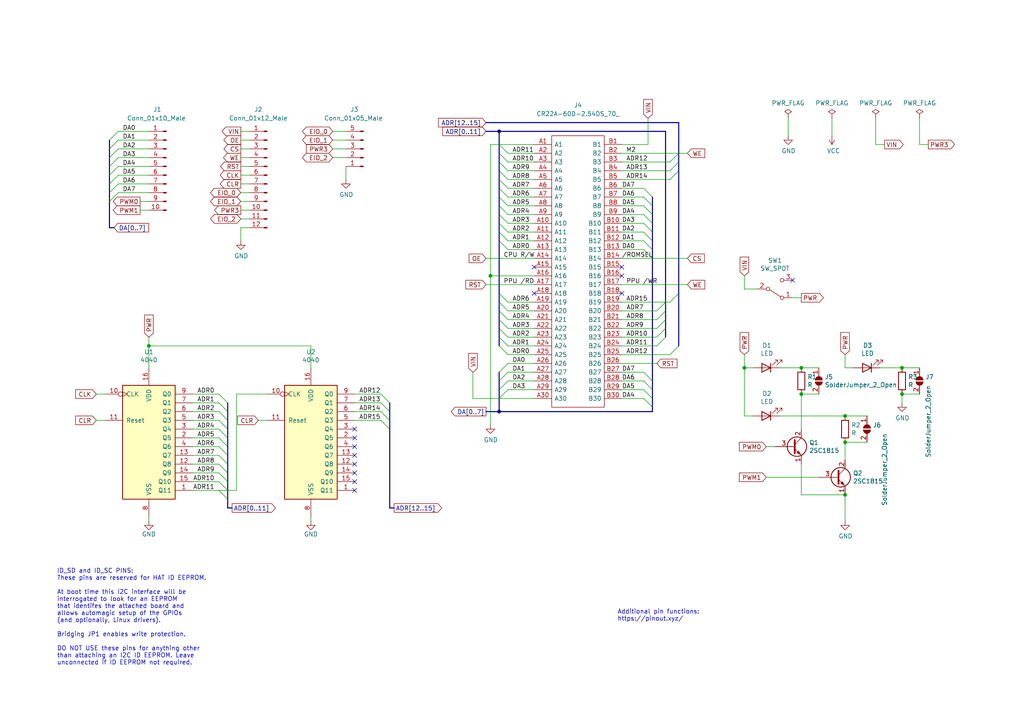
<source format=kicad_sch>
(kicad_sch (version 20211123) (generator eeschema)
  (paper "A4")
  (title_block (date "15 nov 2012"))
  (lib_symbols
    (symbol "4xxx:4040" (pin_names (offset 1.016))
      (property "Reference" "U" (at -7.62 16.51 0))
      (property "Value" "4040" (at -7.62 -19.05 0))
      (symbol "4040_1_0"
        (pin output line (at 12.7 -15.24 180) (length 5.08) (name "Q11") (number "1"))
        (pin input inverted_clock (at -12.7 12.7 0) (length 5.08) (name "CLK") (number "10"))
        (pin input line (at -12.7 5.08 0) (length 5.08) (name "Reset") (number "11"))
        (pin output line (at 12.7 -7.62 180) (length 5.08) (name "Q8") (number "12"))
        (pin output line (at 12.7 -5.08 180) (length 5.08) (name "Q7") (number "13"))
        (pin output line (at 12.7 -10.16 180) (length 5.08) (name "Q9") (number "14"))
        (pin output line (at 12.7 -12.7 180) (length 5.08) (name "Q10") (number "15"))
        (pin power_in line (at 0 20.32 270) (length 5.08) (name "VDD") (number "16"))
        (pin output line (at 12.7 0 180) (length 5.08) (name "Q5") (number "2"))
        (pin output line (at 12.7 2.54 180) (length 5.08) (name "Q4") (number "3"))
        (pin output line (at 12.7 -2.54 180) (length 5.08) (name "Q6") (number "4"))
        (pin output line (at 12.7 5.08 180) (length 5.08) (name "Q3") (number "5"))
        (pin output line (at 12.7 7.62 180) (length 5.08) (name "Q2") (number "6"))
        (pin output line (at 12.7 10.16 180) (length 5.08) (name "Q1") (number "7"))
        (pin power_in line (at 0 -22.86 90) (length 5.08) (name "VSS") (number "8"))
        (pin output line (at 12.7 12.7 180) (length 5.08) (name "Q0") (number "9"))
      )
      (symbol "4040_1_1"
        (rectangle (start -7.62 15.24) (end 7.62 -17.78) (stroke (width 0.254)) (fill (type background)))
      )
    )
    (symbol "Connector:Conn_01x05_Male" (pin_names (offset 1.016) hide)
      (property "Reference" "J" (at 0 7.62 0))
      (property "Value" "Conn_01x05_Male" (at 0 -7.62 0))
      (symbol "Conn_01x05_Male_1_1"
        (polyline (pts (xy 1.27 -5.08) (xy 0.8636 -5.08)) (stroke (width 0.1524)))
        (polyline (pts (xy 1.27 -2.54) (xy 0.8636 -2.54)) (stroke (width 0.1524)))
        (polyline (pts (xy 1.27 0) (xy 0.8636 0)) (stroke (width 0.1524)))
        (polyline (pts (xy 1.27 2.54) (xy 0.8636 2.54)) (stroke (width 0.1524)))
        (polyline (pts (xy 1.27 5.08) (xy 0.8636 5.08)) (stroke (width 0.1524)))
        (rectangle (start 0.8636 -4.953) (end 0 -5.207) (stroke (width 0.1524)) (fill (type outline)))
        (rectangle (start 0.8636 -2.413) (end 0 -2.667) (stroke (width 0.1524)) (fill (type outline)))
        (rectangle (start 0.8636 0.127) (end 0 -0.127) (stroke (width 0.1524)) (fill (type outline)))
        (rectangle (start 0.8636 2.667) (end 0 2.413) (stroke (width 0.1524)) (fill (type outline)))
        (rectangle (start 0.8636 5.207) (end 0 4.953) (stroke (width 0.1524)) (fill (type outline)))
        (pin passive line (at 5.08 5.08 180) (length 3.81) (name "Pin_1") (number "1"))
        (pin passive line (at 5.08 2.54 180) (length 3.81) (name "Pin_2") (number "2"))
        (pin passive line (at 5.08 0 180) (length 3.81) (name "Pin_3") (number "3"))
        (pin passive line (at 5.08 -2.54 180) (length 3.81) (name "Pin_4") (number "4"))
        (pin passive line (at 5.08 -5.08 180) (length 3.81) (name "Pin_5") (number "5"))
      )
    )
    (symbol "Connector:Conn_01x10_Male" (pin_names (offset 1.016) hide)
      (property "Reference" "J" (at 0 12.7 0))
      (property "Value" "Conn_01x10_Male" (at 0 -15.24 0))
      (symbol "Conn_01x10_Male_1_1"
        (polyline (pts (xy 1.27 -12.7) (xy 0.8636 -12.7)) (stroke (width 0.1524)))
        (polyline (pts (xy 1.27 -10.16) (xy 0.8636 -10.16)) (stroke (width 0.1524)))
        (polyline (pts (xy 1.27 -7.62) (xy 0.8636 -7.62)) (stroke (width 0.1524)))
        (polyline (pts (xy 1.27 -5.08) (xy 0.8636 -5.08)) (stroke (width 0.1524)))
        (polyline (pts (xy 1.27 -2.54) (xy 0.8636 -2.54)) (stroke (width 0.1524)))
        (polyline (pts (xy 1.27 0) (xy 0.8636 0)) (stroke (width 0.1524)))
        (polyline (pts (xy 1.27 2.54) (xy 0.8636 2.54)) (stroke (width 0.1524)))
        (polyline (pts (xy 1.27 5.08) (xy 0.8636 5.08)) (stroke (width 0.1524)))
        (polyline (pts (xy 1.27 7.62) (xy 0.8636 7.62)) (stroke (width 0.1524)))
        (polyline (pts (xy 1.27 10.16) (xy 0.8636 10.16)) (stroke (width 0.1524)))
        (rectangle (start 0.8636 -12.573) (end 0 -12.827) (stroke (width 0.1524)) (fill (type outline)))
        (rectangle (start 0.8636 -10.033) (end 0 -10.287) (stroke (width 0.1524)) (fill (type outline)))
        (rectangle (start 0.8636 -7.493) (end 0 -7.747) (stroke (width 0.1524)) (fill (type outline)))
        (rectangle (start 0.8636 -4.953) (end 0 -5.207) (stroke (width 0.1524)) (fill (type outline)))
        (rectangle (start 0.8636 -2.413) (end 0 -2.667) (stroke (width 0.1524)) (fill (type outline)))
        (rectangle (start 0.8636 0.127) (end 0 -0.127) (stroke (width 0.1524)) (fill (type outline)))
        (rectangle (start 0.8636 2.667) (end 0 2.413) (stroke (width 0.1524)) (fill (type outline)))
        (rectangle (start 0.8636 5.207) (end 0 4.953) (stroke (width 0.1524)) (fill (type outline)))
        (rectangle (start 0.8636 7.747) (end 0 7.493) (stroke (width 0.1524)) (fill (type outline)))
        (rectangle (start 0.8636 10.287) (end 0 10.033) (stroke (width 0.1524)) (fill (type outline)))
        (pin passive line (at 5.08 10.16 180) (length 3.81) (name "Pin_1") (number "1"))
        (pin passive line (at 5.08 -12.7 180) (length 3.81) (name "Pin_10") (number "10"))
        (pin passive line (at 5.08 7.62 180) (length 3.81) (name "Pin_2") (number "2"))
        (pin passive line (at 5.08 5.08 180) (length 3.81) (name "Pin_3") (number "3"))
        (pin passive line (at 5.08 2.54 180) (length 3.81) (name "Pin_4") (number "4"))
        (pin passive line (at 5.08 0 180) (length 3.81) (name "Pin_5") (number "5"))
        (pin passive line (at 5.08 -2.54 180) (length 3.81) (name "Pin_6") (number "6"))
        (pin passive line (at 5.08 -5.08 180) (length 3.81) (name "Pin_7") (number "7"))
        (pin passive line (at 5.08 -7.62 180) (length 3.81) (name "Pin_8") (number "8"))
        (pin passive line (at 5.08 -10.16 180) (length 3.81) (name "Pin_9") (number "9"))
      )
    )
    (symbol "Connector:Conn_01x12_Male" (pin_names (offset 1.016) hide)
      (property "Reference" "J" (at 0 15.24 0))
      (property "Value" "Conn_01x12_Male" (at 0 -17.78 0))
      (symbol "Conn_01x12_Male_1_1"
        (polyline (pts (xy 1.27 -15.24) (xy 0.8636 -15.24)) (stroke (width 0.1524)))
        (polyline (pts (xy 1.27 -12.7) (xy 0.8636 -12.7)) (stroke (width 0.1524)))
        (polyline (pts (xy 1.27 -10.16) (xy 0.8636 -10.16)) (stroke (width 0.1524)))
        (polyline (pts (xy 1.27 -7.62) (xy 0.8636 -7.62)) (stroke (width 0.1524)))
        (polyline (pts (xy 1.27 -5.08) (xy 0.8636 -5.08)) (stroke (width 0.1524)))
        (polyline (pts (xy 1.27 -2.54) (xy 0.8636 -2.54)) (stroke (width 0.1524)))
        (polyline (pts (xy 1.27 0) (xy 0.8636 0)) (stroke (width 0.1524)))
        (polyline (pts (xy 1.27 2.54) (xy 0.8636 2.54)) (stroke (width 0.1524)))
        (polyline (pts (xy 1.27 5.08) (xy 0.8636 5.08)) (stroke (width 0.1524)))
        (polyline (pts (xy 1.27 7.62) (xy 0.8636 7.62)) (stroke (width 0.1524)))
        (polyline (pts (xy 1.27 10.16) (xy 0.8636 10.16)) (stroke (width 0.1524)))
        (polyline (pts (xy 1.27 12.7) (xy 0.8636 12.7)) (stroke (width 0.1524)))
        (rectangle (start 0.8636 -15.113) (end 0 -15.367) (stroke (width 0.1524)) (fill (type outline)))
        (rectangle (start 0.8636 -12.573) (end 0 -12.827) (stroke (width 0.1524)) (fill (type outline)))
        (rectangle (start 0.8636 -10.033) (end 0 -10.287) (stroke (width 0.1524)) (fill (type outline)))
        (rectangle (start 0.8636 -7.493) (end 0 -7.747) (stroke (width 0.1524)) (fill (type outline)))
        (rectangle (start 0.8636 -4.953) (end 0 -5.207) (stroke (width 0.1524)) (fill (type outline)))
        (rectangle (start 0.8636 -2.413) (end 0 -2.667) (stroke (width 0.1524)) (fill (type outline)))
        (rectangle (start 0.8636 0.127) (end 0 -0.127) (stroke (width 0.1524)) (fill (type outline)))
        (rectangle (start 0.8636 2.667) (end 0 2.413) (stroke (width 0.1524)) (fill (type outline)))
        (rectangle (start 0.8636 5.207) (end 0 4.953) (stroke (width 0.1524)) (fill (type outline)))
        (rectangle (start 0.8636 7.747) (end 0 7.493) (stroke (width 0.1524)) (fill (type outline)))
        (rectangle (start 0.8636 10.287) (end 0 10.033) (stroke (width 0.1524)) (fill (type outline)))
        (rectangle (start 0.8636 12.827) (end 0 12.573) (stroke (width 0.1524)) (fill (type outline)))
        (pin passive line (at 5.08 12.7 180) (length 3.81) (name "Pin_1") (number "1"))
        (pin passive line (at 5.08 -10.16 180) (length 3.81) (name "Pin_10") (number "10"))
        (pin passive line (at 5.08 -12.7 180) (length 3.81) (name "Pin_11") (number "11"))
        (pin passive line (at 5.08 -15.24 180) (length 3.81) (name "Pin_12") (number "12"))
        (pin passive line (at 5.08 10.16 180) (length 3.81) (name "Pin_2") (number "2"))
        (pin passive line (at 5.08 7.62 180) (length 3.81) (name "Pin_3") (number "3"))
        (pin passive line (at 5.08 5.08 180) (length 3.81) (name "Pin_4") (number "4"))
        (pin passive line (at 5.08 2.54 180) (length 3.81) (name "Pin_5") (number "5"))
        (pin passive line (at 5.08 0 180) (length 3.81) (name "Pin_6") (number "6"))
        (pin passive line (at 5.08 -2.54 180) (length 3.81) (name "Pin_7") (number "7"))
        (pin passive line (at 5.08 -5.08 180) (length 3.81) (name "Pin_8") (number "8"))
        (pin passive line (at 5.08 -7.62 180) (length 3.81) (name "Pin_9") (number "9"))
      )
    )
    (symbol "Device:LED" (pin_numbers hide) (pin_names (offset 1.016) hide)
      (property "Reference" "D" (at 0 2.54 0))
      (property "Value" "LED" (at 0 -2.54 0))
      (symbol "LED_0_1"
        (polyline (pts (xy -1.27 -1.27) (xy -1.27 1.27)) (stroke (width 0.254)))
        (polyline (pts (xy -1.27 0) (xy 1.27 0)))
        (polyline (pts (xy 1.27 -1.27) (xy 1.27 1.27) (xy -1.27 0) (xy 1.27 -1.27)) (stroke (width 0.254)))
        (polyline (pts (xy -3.048 -0.762) (xy -4.572 -2.286) (xy -3.81 -2.286) (xy -4.572 -2.286) (xy -4.572 -1.524)))
        (polyline (pts (xy -1.778 -0.762) (xy -3.302 -2.286) (xy -2.54 -2.286) (xy -3.302 -2.286) (xy -3.302 -1.524)))
      )
      (symbol "LED_1_1"
        (pin passive line (at -3.81 0 0) (length 2.54) (name "K") (number "1"))
        (pin passive line (at 3.81 0 180) (length 2.54) (name "A") (number "2"))
      )
    )
    (symbol "Device:R" (pin_numbers hide) (pin_names (offset 0))
      (property "Reference" "R" (at 2.032 0 90))
      (property "Value" "R" (at 0 0 90))
      (symbol "R_0_1"
        (rectangle (start -1.016 -2.54) (end 1.016 2.54) (stroke (width 0.254)))
      )
      (symbol "R_1_1"
        (pin passive line (at 0 3.81 270) (length 1.27) (name "~") (number "1"))
        (pin passive line (at 0 -3.81 90) (length 1.27) (name "~") (number "2"))
      )
    )
    (symbol "Jumper:SolderJumper_2_Open" (pin_names (offset 0) hide)
      (property "Reference" "JP" (at 0 2.032 0))
      (property "Value" "SolderJumper_2_Open" (at 0 -2.54 0))
      (symbol "SolderJumper_2_Open_0_1"
        (arc (start -0.254 1.016) (mid -1.27 0) (end -0.254 -1.016))
        (arc (start -0.254 1.016) (mid -1.27 0) (end -0.254 -1.016) (fill (type outline)))
        (polyline (pts (xy -0.254 1.016) (xy -0.254 -1.016)))
        (polyline (pts (xy 0.254 1.016) (xy 0.254 -1.016)))
        (arc (start 0.254 -1.016) (mid 1.27 0) (end 0.254 1.016))
        (arc (start 0.254 -1.016) (mid 1.27 0) (end 0.254 1.016) (fill (type outline)))
      )
      (symbol "SolderJumper_2_Open_1_1"
        (pin passive line (at -3.81 0 0) (length 2.54) (name "A") (number "1"))
        (pin passive line (at 3.81 0 180) (length 2.54) (name "B") (number "2"))
      )
    )
    (symbol "SamacSys_Parts:CR22A-60D-2.54DS_70_" (pin_names (offset 0.762))
      (property "Reference" "J" (at 21.59 7.62 0))
      (property "Value" "CR22A-60D-2.54DS_70_" (at 21.59 5.08 0))
      (symbol "CR22A-60D-2.54DS_70__0_0"
        (pin passive line (at 0 0 0) (length 5.08) (name "A1") (number "A1"))
        (pin passive line (at 0 -22.86 0) (length 5.08) (name "A10") (number "A10"))
        (pin passive line (at 0 -25.4 0) (length 5.08) (name "A11") (number "A11"))
        (pin passive line (at 0 -27.94 0) (length 5.08) (name "A12") (number "A12"))
        (pin passive line (at 0 -30.48 0) (length 5.08) (name "A13") (number "A13"))
        (pin passive line (at 0 -33.02 0) (length 5.08) (name "A14") (number "A14"))
        (pin passive line (at 0 -35.56 0) (length 5.08) (name "A15") (number "A15"))
        (pin passive line (at 0 -38.1 0) (length 5.08) (name "A16") (number "A16"))
        (pin passive line (at 0 -40.64 0) (length 5.08) (name "A17") (number "A17"))
        (pin passive line (at 0 -43.18 0) (length 5.08) (name "A18") (number "A18"))
        (pin passive line (at 0 -45.72 0) (length 5.08) (name "A19") (number "A19"))
        (pin passive line (at 0 -2.54 0) (length 5.08) (name "A2") (number "A2"))
        (pin passive line (at 0 -48.26 0) (length 5.08) (name "A20") (number "A20"))
        (pin passive line (at 0 -50.8 0) (length 5.08) (name "A21") (number "A21"))
        (pin passive line (at 0 -53.34 0) (length 5.08) (name "A22") (number "A22"))
        (pin passive line (at 0 -55.88 0) (length 5.08) (name "A23") (number "A23"))
        (pin passive line (at 0 -58.42 0) (length 5.08) (name "A24") (number "A24"))
        (pin passive line (at 0 -60.96 0) (length 5.08) (name "A25") (number "A25"))
        (pin passive line (at 0 -63.5 0) (length 5.08) (name "A26") (number "A26"))
        (pin passive line (at 0 -66.04 0) (length 5.08) (name "A27") (number "A27"))
        (pin passive line (at 0 -68.58 0) (length 5.08) (name "A28") (number "A28"))
        (pin passive line (at 0 -71.12 0) (length 5.08) (name "A29") (number "A29"))
        (pin passive line (at 0 -5.08 0) (length 5.08) (name "A3") (number "A3"))
        (pin passive line (at 0 -73.66 0) (length 5.08) (name "A30") (number "A30"))
        (pin passive line (at 0 -7.62 0) (length 5.08) (name "A4") (number "A4"))
        (pin passive line (at 0 -10.16 0) (length 5.08) (name "A5") (number "A5"))
        (pin passive line (at 0 -12.7 0) (length 5.08) (name "A6") (number "A6"))
        (pin passive line (at 0 -15.24 0) (length 5.08) (name "A7") (number "A7"))
        (pin passive line (at 0 -17.78 0) (length 5.08) (name "A8") (number "A8"))
        (pin passive line (at 0 -20.32 0) (length 5.08) (name "A9") (number "A9"))
        (pin passive line (at 25.4 0 180) (length 5.08) (name "B1") (number "B1"))
        (pin passive line (at 25.4 -22.86 180) (length 5.08) (name "B10") (number "B10"))
        (pin passive line (at 25.4 -25.4 180) (length 5.08) (name "B11") (number "B11"))
        (pin passive line (at 25.4 -27.94 180) (length 5.08) (name "B12") (number "B12"))
        (pin passive line (at 25.4 -30.48 180) (length 5.08) (name "B13") (number "B13"))
        (pin passive line (at 25.4 -33.02 180) (length 5.08) (name "B14") (number "B14"))
        (pin passive line (at 25.4 -35.56 180) (length 5.08) (name "B15") (number "B15"))
        (pin passive line (at 25.4 -38.1 180) (length 5.08) (name "B16") (number "B16"))
        (pin passive line (at 25.4 -40.64 180) (length 5.08) (name "B17") (number "B17"))
        (pin passive line (at 25.4 -43.18 180) (length 5.08) (name "B18") (number "B18"))
        (pin passive line (at 25.4 -45.72 180) (length 5.08) (name "B19") (number "B19"))
        (pin passive line (at 25.4 -2.54 180) (length 5.08) (name "B2") (number "B2"))
        (pin passive line (at 25.4 -48.26 180) (length 5.08) (name "B20") (number "B20"))
        (pin passive line (at 25.4 -50.8 180) (length 5.08) (name "B21") (number "B21"))
        (pin passive line (at 25.4 -53.34 180) (length 5.08) (name "B22") (number "B22"))
        (pin passive line (at 25.4 -55.88 180) (length 5.08) (name "B23") (number "B23"))
        (pin passive line (at 25.4 -58.42 180) (length 5.08) (name "B24") (number "B24"))
        (pin passive line (at 25.4 -60.96 180) (length 5.08) (name "B25") (number "B25"))
        (pin passive line (at 25.4 -63.5 180) (length 5.08) (name "B26") (number "B26"))
        (pin passive line (at 25.4 -66.04 180) (length 5.08) (name "B27") (number "B27"))
        (pin passive line (at 25.4 -68.58 180) (length 5.08) (name "B28") (number "B28"))
        (pin passive line (at 25.4 -71.12 180) (length 5.08) (name "B29") (number "B29"))
        (pin passive line (at 25.4 -5.08 180) (length 5.08) (name "B3") (number "B3"))
        (pin passive line (at 25.4 -73.66 180) (length 5.08) (name "B30") (number "B30"))
        (pin passive line (at 25.4 -7.62 180) (length 5.08) (name "B4") (number "B4"))
        (pin passive line (at 25.4 -10.16 180) (length 5.08) (name "B5") (number "B5"))
        (pin passive line (at 25.4 -12.7 180) (length 5.08) (name "B6") (number "B6"))
        (pin passive line (at 25.4 -15.24 180) (length 5.08) (name "B7") (number "B7"))
        (pin passive line (at 25.4 -17.78 180) (length 5.08) (name "B8") (number "B8"))
        (pin passive line (at 25.4 -20.32 180) (length 5.08) (name "B9") (number "B9"))
      )
      (symbol "CR22A-60D-2.54DS_70__0_1"
        (polyline (pts (xy 5.08 2.54) (xy 20.32 2.54) (xy 20.32 -76.2) (xy 5.08 -76.2) (xy 5.08 2.54)) (stroke (width 0.1524)))
      )
    )
    (symbol "Switch:SW_SPDT" (pin_names (offset 0) hide)
      (property "Reference" "SW" (at 0 4.318 0))
      (property "Value" "SW_SPDT" (at 0 -5.08 0))
      (symbol "SW_SPDT_0_0"
        (circle (center -2.032 0) (radius 0.508))
        (circle (center 2.032 -2.54) (radius 0.508))
      )
      (symbol "SW_SPDT_0_1"
        (polyline (pts (xy -1.524 0.254) (xy 1.651 2.286)))
        (circle (center 2.032 2.54) (radius 0.508))
      )
      (symbol "SW_SPDT_1_1"
        (pin passive line (at 5.08 2.54 180) (length 2.54) (name "A") (number "1"))
        (pin passive line (at -5.08 0 0) (length 2.54) (name "B") (number "2"))
        (pin passive line (at 5.08 -2.54 180) (length 2.54) (name "C") (number "3"))
      )
    )
    (symbol "Transistor_BJT:2SC1815" (pin_names (offset 0) hide)
      (property "Reference" "Q" (at 5.08 1.905 0))
      (property "Value" "2SC1815" (at 5.08 0 0))
      (symbol "2SC1815_0_1"
        (polyline (pts (xy 0 0) (xy 0.508 0)))
        (polyline (pts (xy 0.635 0.635) (xy 2.54 2.54)))
        (polyline (pts (xy 0.635 -0.635) (xy 2.54 -2.54) (xy 2.54 -2.54)))
        (polyline (pts (xy 0.635 1.905) (xy 0.635 -1.905) (xy 0.635 -1.905)) (stroke (width 0.508)))
        (polyline (pts (xy 1.27 -1.778) (xy 1.778 -1.27) (xy 2.286 -2.286) (xy 1.27 -1.778) (xy 1.27 -1.778)) (fill (type outline)))
        (circle (center 1.27 0) (radius 2.8194) (stroke (width 0.254)))
      )
      (symbol "2SC1815_1_1"
        (pin passive line (at 2.54 -5.08 90) (length 2.54) (name "E") (number "1"))
        (pin passive line (at 2.54 5.08 270) (length 2.54) (name "C") (number "2"))
        (pin input line (at -5.08 0 0) (length 5.08) (name "B") (number "3"))
      )
    )
    (symbol "power:GND" (power) (pin_names (offset 0))
      (property "Value" "GND" (at 0 -3.81 0))
      (symbol "GND_0_1"
        (polyline (pts (xy 0 0) (xy 0 -1.27) (xy 1.27 -1.27) (xy 0 -2.54) (xy -1.27 -1.27) (xy 0 -1.27)))
      )
      (symbol "GND_1_1"
        (pin power_in line (at 0 0 270) (length 0) hide (name "GND") (number "1"))
      )
    )
    (symbol "power:PWR_FLAG" (power) (pin_numbers hide) (pin_names (offset 0) hide)
      (property "Value" "PWR_FLAG" (at 0 3.81 0))
      (symbol "PWR_FLAG_0_0"
        (pin power_out line (at 0 0 90) (length 0) (name "pwr") (number "1"))
      )
      (symbol "PWR_FLAG_0_1"
        (polyline (pts (xy 0 0) (xy 0 1.27) (xy -1.016 1.905) (xy 0 2.54) (xy 1.016 1.905) (xy 0 1.27)))
      )
    )
    (symbol "power:VCC" (power) (pin_names (offset 0))
      (property "Value" "VCC" (at 0 3.81 0))
      (symbol "VCC_0_1"
        (polyline (pts (xy -0.762 1.27) (xy 0 2.54)))
        (polyline (pts (xy 0 0) (xy 0 2.54)))
        (polyline (pts (xy 0 2.54) (xy 0.762 1.27)))
      )
      (symbol "VCC_1_1"
        (pin power_in line (at 0 0 90) (length 0) hide (name "VCC") (number "1"))
      )
    )
  )
  (junction (at 144.78 38.1))
  (junction (at 144.78 119.38))
  (junction (at 245.11 128.27))
  (junction (at 245.11 143.51))
  (junction (at 215.9 106.68))
  (junction (at 43.18 100.33))
  (junction (at 245.11 120.65))
  (junction (at 142.24 80.01))
  (junction (at 232.41 106.68))
  (junction (at 261.62 114.3))
  (junction (at 261.62 106.68))
  (junction (at 232.41 114.3))
  (no_connect (at 102.87 139.7))
  (no_connect (at 154.94 85.09))
  (no_connect (at 102.87 124.46))
  (no_connect (at 180.34 85.09))
  (no_connect (at 102.87 134.62))
  (no_connect (at 180.34 77.47))
  (no_connect (at 229.87 81.28))
  (no_connect (at 102.87 127))
  (no_connect (at 102.87 142.24))
  (no_connect (at 154.94 77.47))
  (no_connect (at 102.87 137.16))
  (no_connect (at 102.87 129.54))
  (no_connect (at 102.87 132.08))
  (no_connect (at 180.34 80.01))
  (bus_entry (at 63.5 121.92) (size 2.54 2.54))
  (bus_entry (at 63.5 129.54) (size 2.54 2.54))
  (bus_entry (at 110.49 121.92) (size 2.54 2.54))
  (bus_entry (at 147.32 64.77) (size -2.54 -2.54))
  (bus_entry (at 147.32 57.15) (size -2.54 -2.54))
  (bus_entry (at 63.5 114.3) (size 2.54 2.54))
  (bus_entry (at 189.23 64.77) (size -2.54 -2.54))
  (bus_entry (at 144.78 113.03) (size 2.54 -2.54))
  (bus_entry (at 144.78 110.49) (size 2.54 -2.54))
  (bus_entry (at 63.5 142.24) (size 2.54 2.54))
  (bus_entry (at 63.5 134.62) (size 2.54 2.54))
  (bus_entry (at 194.31 87.63) (size 2.54 -2.54))
  (bus_entry (at 31.75 45.72) (size 2.54 -2.54))
  (bus_entry (at 189.23 115.57) (size -2.54 -2.54))
  (bus_entry (at 189.23 57.15) (size -2.54 -2.54))
  (bus_entry (at 189.23 113.03) (size -2.54 -2.54))
  (bus_entry (at 147.32 72.39) (size -2.54 -2.54))
  (bus_entry (at 147.32 62.23) (size -2.54 -2.54))
  (bus_entry (at 63.5 137.16) (size 2.54 2.54))
  (bus_entry (at 194.31 52.07) (size 2.54 -2.54))
  (bus_entry (at 190.5 97.79) (size 2.54 -2.54))
  (bus_entry (at 31.75 43.18) (size 2.54 -2.54))
  (bus_entry (at 147.32 59.69) (size -2.54 -2.54))
  (bus_entry (at 110.49 114.3) (size 2.54 2.54))
  (bus_entry (at 144.78 115.57) (size 2.54 -2.54))
  (bus_entry (at 110.49 116.84) (size 2.54 2.54))
  (bus_entry (at 63.5 119.38) (size 2.54 2.54))
  (bus_entry (at 194.31 49.53) (size 2.54 -2.54))
  (bus_entry (at 189.23 67.31) (size -2.54 -2.54))
  (bus_entry (at 189.23 118.11) (size -2.54 -2.54))
  (bus_entry (at 194.31 102.87) (size 2.54 -2.54))
  (bus_entry (at 147.32 46.99) (size -2.54 -2.54))
  (bus_entry (at 147.32 52.07) (size -2.54 -2.54))
  (bus_entry (at 63.5 127) (size 2.54 2.54))
  (bus_entry (at 194.31 46.99) (size 2.54 -2.54))
  (bus_entry (at 144.78 107.95) (size 2.54 -2.54))
  (bus_entry (at 63.5 116.84) (size 2.54 2.54))
  (bus_entry (at 63.5 132.08) (size 2.54 2.54))
  (bus_entry (at 147.32 102.87) (size -2.54 -2.54))
  (bus_entry (at 110.49 119.38) (size 2.54 2.54))
  (bus_entry (at 190.5 100.33) (size 2.54 -2.54))
  (bus_entry (at 189.23 62.23) (size -2.54 -2.54))
  (bus_entry (at 147.32 44.45) (size -2.54 -2.54))
  (bus_entry (at 147.32 54.61) (size -2.54 -2.54))
  (bus_entry (at 63.5 124.46) (size 2.54 2.54))
  (bus_entry (at 147.32 69.85) (size -2.54 -2.54))
  (bus_entry (at 147.32 90.17) (size -2.54 -2.54))
  (bus_entry (at 190.5 90.17) (size 2.54 -2.54))
  (bus_entry (at 147.32 95.25) (size -2.54 -2.54))
  (bus_entry (at 147.32 92.71) (size -2.54 -2.54))
  (bus_entry (at 189.23 59.69) (size -2.54 -2.54))
  (bus_entry (at 189.23 110.49) (size -2.54 -2.54))
  (bus_entry (at 147.32 49.53) (size -2.54 -2.54))
  (bus_entry (at 63.5 139.7) (size 2.54 2.54))
  (bus_entry (at 189.23 72.39) (size -2.54 -2.54))
  (bus_entry (at 189.23 69.85) (size -2.54 -2.54))
  (bus_entry (at 190.5 92.71) (size 2.54 -2.54))
  (bus_entry (at 147.32 67.31) (size -2.54 -2.54))
  (bus_entry (at 147.32 100.33) (size -2.54 -2.54))
  (bus_entry (at 31.75 53.34) (size 2.54 -2.54))
  (bus_entry (at 189.23 74.93) (size -2.54 -2.54))
  (bus_entry (at 190.5 95.25) (size 2.54 -2.54))
  (bus_entry (at 147.32 87.63) (size -2.54 -2.54))
  (bus_entry (at 31.75 55.88) (size 2.54 -2.54))
  (bus_entry (at 147.32 97.79) (size -2.54 -2.54))
  (bus_entry (at 31.75 48.26) (size 2.54 -2.54))
  (bus_entry (at 31.75 58.42) (size 2.54 -2.54))
  (bus_entry (at 31.75 50.8) (size 2.54 -2.54))
  (bus_entry (at 31.75 40.64) (size 2.54 -2.54))
  (bus (pts (xy 196.85 35.56) (xy 196.85 44.45)))
  (bus (pts (xy 189.23 59.69) (xy 189.23 62.23)))
  (bus (pts (xy 31.75 50.8) (xy 31.75 53.34)))
  (bus (pts (xy 189.23 69.85) (xy 189.23 72.39)))
  (wire (pts (xy 102.87 114.3) (xy 110.49 114.3)))
  (wire (pts (xy 180.34 102.87) (xy 194.31 102.87)))
  (wire (pts (xy 254 41.91) (xy 256.54 41.91)))
  (bus (pts (xy 144.78 64.77) (xy 144.78 67.31)))
  (wire (pts (xy 232.41 114.3) (xy 232.41 124.46)))
  (wire (pts (xy 55.88 142.24) (xy 63.5 142.24)))
  (wire (pts (xy 186.69 64.77) (xy 180.34 64.77)))
  (wire (pts (xy 55.88 137.16) (xy 63.5 137.16)))
  (wire (pts (xy 186.69 67.31) (xy 180.34 67.31)))
  (wire (pts (xy 154.94 57.15) (xy 147.32 57.15)))
  (bus (pts (xy 189.23 72.39) (xy 189.23 74.93)))
  (wire (pts (xy 180.34 46.99) (xy 194.31 46.99)))
  (wire (pts (xy 180.34 92.71) (xy 190.5 92.71)))
  (bus (pts (xy 189.23 67.31) (xy 189.23 69.85)))
  (bus (pts (xy 31.75 40.64) (xy 31.75 43.18)))
  (wire (pts (xy 254 34.29) (xy 254 41.91)))
  (wire (pts (xy 154.94 115.57) (xy 144.78 115.57)))
  (wire (pts (xy 222.25 138.43) (xy 237.49 138.43)))
  (bus (pts (xy 66.04 139.7) (xy 66.04 142.24)))
  (wire (pts (xy 154.94 44.45) (xy 147.32 44.45)))
  (wire (pts (xy 180.34 72.39) (xy 186.69 72.39)))
  (bus (pts (xy 31.75 55.88) (xy 31.75 58.42)))
  (wire (pts (xy 72.39 48.26) (xy 69.85 48.26)))
  (bus (pts (xy 189.23 64.77) (xy 189.23 67.31)))
  (wire (pts (xy 193.04 87.63) (xy 194.31 87.63)))
  (bus (pts (xy 196.85 44.45) (xy 196.85 46.99)))
  (bus (pts (xy 66.04 129.54) (xy 66.04 132.08)))
  (bus (pts (xy 31.75 58.42) (xy 31.75 66.04)))
  (bus (pts (xy 144.78 90.17) (xy 144.78 92.71)))
  (wire (pts (xy 186.69 115.57) (xy 180.34 115.57)))
  (bus (pts (xy 113.03 119.38) (xy 113.03 121.92)))
  (wire (pts (xy 27.94 114.3) (xy 30.48 114.3)))
  (wire (pts (xy 180.34 97.79) (xy 190.5 97.79)))
  (wire (pts (xy 228.6 34.29) (xy 228.6 39.37)))
  (wire (pts (xy 154.94 97.79) (xy 147.32 97.79)))
  (wire (pts (xy 186.69 113.03) (xy 180.34 113.03)))
  (wire (pts (xy 196.85 44.45) (xy 199.39 44.45)))
  (wire (pts (xy 154.94 41.91) (xy 144.78 41.91)))
  (wire (pts (xy 154.94 90.17) (xy 147.32 90.17)))
  (bus (pts (xy 144.78 46.99) (xy 144.78 49.53)))
  (bus (pts (xy 144.78 67.31) (xy 144.78 69.85)))
  (wire (pts (xy 55.88 129.54) (xy 63.5 129.54)))
  (wire (pts (xy 102.87 119.38) (xy 110.49 119.38)))
  (wire (pts (xy 96.52 40.64) (xy 100.33 40.64)))
  (bus (pts (xy 66.04 132.08) (xy 66.04 134.62)))
  (wire (pts (xy 215.9 102.87) (xy 215.9 106.68)))
  (wire (pts (xy 226.06 120.65) (xy 245.11 120.65)))
  (bus (pts (xy 196.85 85.09) (xy 196.85 100.33)))
  (wire (pts (xy 245.11 106.68) (xy 245.11 102.87)))
  (bus (pts (xy 144.78 92.71) (xy 144.78 95.25)))
  (wire (pts (xy 232.41 106.68) (xy 237.49 106.68)))
  (wire (pts (xy 186.69 69.85) (xy 180.34 69.85)))
  (wire (pts (xy 180.34 100.33) (xy 190.5 100.33)))
  (bus (pts (xy 189.23 115.57) (xy 189.23 118.11)))
  (wire (pts (xy 147.32 110.49) (xy 154.94 110.49)))
  (wire (pts (xy 186.69 110.49) (xy 180.34 110.49)))
  (wire (pts (xy 69.85 45.72) (xy 72.39 45.72)))
  (bus (pts (xy 144.78 57.15) (xy 144.78 59.69)))
  (wire (pts (xy 154.94 69.85) (xy 147.32 69.85)))
  (bus (pts (xy 196.85 46.99) (xy 196.85 49.53)))
  (wire (pts (xy 154.94 102.87) (xy 147.32 102.87)))
  (wire (pts (xy 154.94 74.93) (xy 140.97 74.93)))
  (bus (pts (xy 189.23 57.15) (xy 189.23 59.69)))
  (wire (pts (xy 255.27 106.68) (xy 261.62 106.68)))
  (wire (pts (xy 245.11 120.65) (xy 251.46 120.65)))
  (wire (pts (xy 72.39 60.96) (xy 69.85 60.96)))
  (wire (pts (xy 241.3 34.29) (xy 241.3 39.37)))
  (bus (pts (xy 144.78 110.49) (xy 144.78 113.03)))
  (bus (pts (xy 144.78 87.63) (xy 144.78 90.17)))
  (wire (pts (xy 266.7 34.29) (xy 266.7 41.91)))
  (wire (pts (xy 72.39 63.5) (xy 69.85 63.5)))
  (wire (pts (xy 55.88 114.3) (xy 63.5 114.3)))
  (bus (pts (xy 144.78 49.53) (xy 144.78 52.07)))
  (bus (pts (xy 144.78 95.25) (xy 144.78 97.79)))
  (wire (pts (xy 55.88 119.38) (xy 63.5 119.38)))
  (wire (pts (xy 154.94 46.99) (xy 147.32 46.99)))
  (bus (pts (xy 66.04 137.16) (xy 66.04 139.7)))
  (wire (pts (xy 215.9 120.65) (xy 218.44 120.65)))
  (wire (pts (xy 147.32 113.03) (xy 154.94 113.03)))
  (bus (pts (xy 144.78 115.57) (xy 144.78 119.38)))
  (bus (pts (xy 113.03 147.32) (xy 114.3 147.32)))
  (wire (pts (xy 43.18 58.42) (xy 40.64 58.42)))
  (bus (pts (xy 189.23 74.93) (xy 189.23 110.49)))
  (wire (pts (xy 110.49 121.92) (xy 102.87 121.92)))
  (wire (pts (xy 96.52 38.1) (xy 100.33 38.1)))
  (wire (pts (xy 154.94 59.69) (xy 147.32 59.69)))
  (bus (pts (xy 66.04 134.62) (xy 66.04 137.16)))
  (wire (pts (xy 180.34 87.63) (xy 193.04 87.63)))
  (wire (pts (xy 186.69 54.61) (xy 180.34 54.61)))
  (wire (pts (xy 68.58 114.3) (xy 77.47 114.3)))
  (bus (pts (xy 144.78 119.38) (xy 189.23 119.38)))
  (bus (pts (xy 144.78 85.09) (xy 144.78 87.63)))
  (wire (pts (xy 180.34 41.91) (xy 187.96 41.91)))
  (bus (pts (xy 189.23 62.23) (xy 189.23 64.77)))
  (bus (pts (xy 196.85 49.53) (xy 196.85 85.09)))
  (wire (pts (xy 180.34 90.17) (xy 190.5 90.17)))
  (wire (pts (xy 55.88 124.46) (xy 63.5 124.46)))
  (wire (pts (xy 142.24 80.01) (xy 142.24 41.91)))
  (bus (pts (xy 144.78 107.95) (xy 144.78 110.49)))
  (wire (pts (xy 100.33 43.18) (xy 96.52 43.18)))
  (wire (pts (xy 261.62 114.3) (xy 261.62 116.84)))
  (wire (pts (xy 186.69 62.23) (xy 180.34 62.23)))
  (bus (pts (xy 113.03 124.46) (xy 113.03 147.32)))
  (wire (pts (xy 55.88 132.08) (xy 63.5 132.08)))
  (bus (pts (xy 193.04 97.79) (xy 193.04 95.25)))
  (wire (pts (xy 237.49 114.3) (xy 232.41 114.3)))
  (wire (pts (xy 69.85 66.04) (xy 69.85 69.85)))
  (wire (pts (xy 154.94 92.71) (xy 147.32 92.71)))
  (wire (pts (xy 180.34 74.93) (xy 189.23 74.93)))
  (wire (pts (xy 261.62 106.68) (xy 266.7 106.68)))
  (bus (pts (xy 66.04 124.46) (xy 66.04 127)))
  (bus (pts (xy 193.04 90.17) (xy 193.04 87.63)))
  (wire (pts (xy 30.48 121.92) (xy 27.94 121.92)))
  (wire (pts (xy 66.04 142.24) (xy 68.58 142.24)))
  (bus (pts (xy 144.78 41.91) (xy 144.78 44.45)))
  (wire (pts (xy 247.65 106.68) (xy 245.11 106.68)))
  (wire (pts (xy 43.18 100.33) (xy 90.17 100.33)))
  (bus (pts (xy 66.04 116.84) (xy 66.04 119.38)))
  (wire (pts (xy 154.94 72.39) (xy 147.32 72.39)))
  (wire (pts (xy 142.24 80.01) (xy 142.24 123.19)))
  (wire (pts (xy 55.88 127) (xy 63.5 127)))
  (bus (pts (xy 66.04 121.92) (xy 66.04 124.46)))
  (wire (pts (xy 245.11 143.51) (xy 245.11 151.13)))
  (wire (pts (xy 34.29 45.72) (xy 43.18 45.72)))
  (bus (pts (xy 144.78 38.1) (xy 193.04 38.1)))
  (wire (pts (xy 215.9 80.01) (xy 215.9 83.82)))
  (wire (pts (xy 154.94 64.77) (xy 147.32 64.77)))
  (bus (pts (xy 193.04 87.63) (xy 193.04 38.1)))
  (wire (pts (xy 215.9 106.68) (xy 215.9 120.65)))
  (wire (pts (xy 90.17 149.86) (xy 90.17 151.13)))
  (wire (pts (xy 55.88 121.92) (xy 63.5 121.92)))
  (bus (pts (xy 66.04 147.32) (xy 67.31 147.32)))
  (bus (pts (xy 189.23 118.11) (xy 189.23 119.38)))
  (wire (pts (xy 34.29 38.1) (xy 43.18 38.1)))
  (wire (pts (xy 110.49 116.84) (xy 102.87 116.84)))
  (bus (pts (xy 113.03 116.84) (xy 113.03 119.38)))
  (bus (pts (xy 144.78 97.79) (xy 144.78 100.33)))
  (wire (pts (xy 55.88 139.7) (xy 63.5 139.7)))
  (bus (pts (xy 144.78 62.23) (xy 144.78 64.77)))
  (wire (pts (xy 266.7 114.3) (xy 261.62 114.3)))
  (bus (pts (xy 140.97 35.56) (xy 196.85 35.56)))
  (bus (pts (xy 144.78 52.07) (xy 144.78 54.61)))
  (wire (pts (xy 34.29 50.8) (xy 43.18 50.8)))
  (wire (pts (xy 68.58 114.3) (xy 68.58 142.24)))
  (wire (pts (xy 96.52 45.72) (xy 100.33 45.72)))
  (wire (pts (xy 43.18 60.96) (xy 40.64 60.96)))
  (wire (pts (xy 74.93 121.92) (xy 77.47 121.92)))
  (wire (pts (xy 34.29 40.64) (xy 43.18 40.64)))
  (wire (pts (xy 34.29 53.34) (xy 43.18 53.34)))
  (wire (pts (xy 186.69 57.15) (xy 180.34 57.15)))
  (wire (pts (xy 69.85 38.1) (xy 72.39 38.1)))
  (wire (pts (xy 194.31 49.53) (xy 180.34 49.53)))
  (wire (pts (xy 34.29 55.88) (xy 43.18 55.88)))
  (wire (pts (xy 180.34 82.55) (xy 199.39 82.55)))
  (bus (pts (xy 66.04 119.38) (xy 66.04 121.92)))
  (wire (pts (xy 215.9 83.82) (xy 219.71 83.82)))
  (wire (pts (xy 144.78 41.91) (xy 142.24 41.91)))
  (wire (pts (xy 69.85 40.64) (xy 72.39 40.64)))
  (wire (pts (xy 180.34 52.07) (xy 194.31 52.07)))
  (wire (pts (xy 69.85 50.8) (xy 72.39 50.8)))
  (wire (pts (xy 137.16 107.95) (xy 137.16 115.57)))
  (bus (pts (xy 193.04 95.25) (xy 193.04 92.71)))
  (wire (pts (xy 34.29 43.18) (xy 43.18 43.18)))
  (wire (pts (xy 55.88 116.84) (xy 63.5 116.84)))
  (wire (pts (xy 55.88 134.62) (xy 63.5 134.62)))
  (wire (pts (xy 180.34 95.25) (xy 190.5 95.25)))
  (wire (pts (xy 72.39 53.34) (xy 69.85 53.34)))
  (bus (pts (xy 144.78 44.45) (xy 144.78 46.99)))
  (bus (pts (xy 31.75 48.26) (xy 31.75 50.8)))
  (wire (pts (xy 186.69 107.95) (xy 180.34 107.95)))
  (wire (pts (xy 222.25 129.54) (xy 224.79 129.54)))
  (wire (pts (xy 63.5 142.24) (xy 66.04 142.24)))
  (bus (pts (xy 189.23 113.03) (xy 189.23 115.57)))
  (bus (pts (xy 140.97 38.1) (xy 144.78 38.1)))
  (wire (pts (xy 180.34 44.45) (xy 196.85 44.45)))
  (wire (pts (xy 147.32 105.41) (xy 154.94 105.41)))
  (wire (pts (xy 232.41 134.62) (xy 232.41 143.51)))
  (wire (pts (xy 154.94 80.01) (xy 142.24 80.01)))
  (wire (pts (xy 100.33 48.26) (xy 100.33 52.07)))
  (wire (pts (xy 147.32 107.95) (xy 154.94 107.95)))
  (wire (pts (xy 43.18 149.86) (xy 43.18 151.13)))
  (wire (pts (xy 43.18 100.33) (xy 43.18 106.68)))
  (bus (pts (xy 144.78 113.03) (xy 144.78 115.57)))
  (wire (pts (xy 154.94 100.33) (xy 147.32 100.33)))
  (wire (pts (xy 69.85 66.04) (xy 72.39 66.04)))
  (wire (pts (xy 154.94 95.25) (xy 147.32 95.25)))
  (wire (pts (xy 154.94 52.07) (xy 147.32 52.07)))
  (wire (pts (xy 154.94 82.55) (xy 140.97 82.55)))
  (bus (pts (xy 144.78 69.85) (xy 144.78 85.09)))
  (bus (pts (xy 31.75 53.34) (xy 31.75 55.88)))
  (wire (pts (xy 187.96 34.29) (xy 187.96 41.91)))
  (wire (pts (xy 245.11 128.27) (xy 245.11 133.35)))
  (wire (pts (xy 229.87 86.36) (xy 232.41 86.36)))
  (bus (pts (xy 31.75 43.18) (xy 31.75 45.72)))
  (wire (pts (xy 154.94 67.31) (xy 147.32 67.31)))
  (wire (pts (xy 43.18 97.79) (xy 43.18 100.33)))
  (bus (pts (xy 31.75 45.72) (xy 31.75 48.26)))
  (wire (pts (xy 154.94 62.23) (xy 147.32 62.23)))
  (wire (pts (xy 232.41 143.51) (xy 245.11 143.51)))
  (wire (pts (xy 34.29 48.26) (xy 43.18 48.26)))
  (wire (pts (xy 154.94 87.63) (xy 147.32 87.63)))
  (bus (pts (xy 144.78 59.69) (xy 144.78 62.23)))
  (bus (pts (xy 144.78 38.1) (xy 144.78 41.91)))
  (wire (pts (xy 154.94 49.53) (xy 147.32 49.53)))
  (bus (pts (xy 113.03 121.92) (xy 113.03 124.46)))
  (bus (pts (xy 66.04 142.24) (xy 66.04 144.78)))
  (wire (pts (xy 266.7 41.91) (xy 269.24 41.91)))
  (wire (pts (xy 180.34 105.41) (xy 190.5 105.41)))
  (wire (pts (xy 144.78 115.57) (xy 137.16 115.57)))
  (bus (pts (xy 193.04 92.71) (xy 193.04 90.17)))
  (bus (pts (xy 31.75 66.04) (xy 33.02 66.04)))
  (wire (pts (xy 251.46 128.27) (xy 245.11 128.27)))
  (bus (pts (xy 66.04 144.78) (xy 66.04 147.32)))
  (wire (pts (xy 226.06 106.68) (xy 232.41 106.68)))
  (wire (pts (xy 154.94 54.61) (xy 147.32 54.61)))
  (wire (pts (xy 72.39 43.18) (xy 69.85 43.18)))
  (wire (pts (xy 189.23 74.93) (xy 199.39 74.93)))
  (bus (pts (xy 189.23 110.49) (xy 189.23 113.03)))
  (bus (pts (xy 66.04 127) (xy 66.04 129.54)))
  (wire (pts (xy 90.17 100.33) (xy 90.17 106.68)))
  (wire (pts (xy 186.69 59.69) (xy 180.34 59.69)))
  (wire (pts (xy 69.85 55.88) (xy 72.39 55.88)))
  (wire (pts (xy 72.39 58.42) (xy 69.85 58.42)))
  (bus (pts (xy 144.78 54.61) (xy 144.78 57.15)))
  (wire (pts (xy 218.44 106.68) (xy 215.9 106.68)))
  (bus (pts (xy 140.97 119.38) (xy 144.78 119.38)))
  (text "Additional pin functions:\nhttps://pinout.xyz/" (at 179.07 180.34 0) (effects (font (size 1.27 1.27)) (justify left bottom)))
  (text "ID_SD and ID_SC PINS:\nThese pins are reserved for HAT ID EEPROM.\n\nAt boot time this I2C interface will be\ninterrogated to look for an EEPROM\nthat identifes the attached board and\nallows automagic setup of the GPIOs\n(and optionally, Linux drivers).\n\nBridging JP1 enables write protection.\n\nDO NOT USE these pins for anything other\nthan attaching an I2C ID EEPROM. Leave\nunconnected if ID EEPROM not required." (at 16.51 193.04 0) (effects (font (size 1.27 1.27)) (justify left bottom)))
  (label "DA1" (at 35.56 40.64 0))
  (label "DA6" (at 184.15 110.49 180))
  (label "PPU {slash}RD" (at 146.05 82.55 0))
  (label "ADR14" (at 181.61 52.07 0))
  (label "ADR9" (at 148.59 49.53 0))
  (label "DA4" (at 184.15 62.23 180))
  (label "ADR4" (at 148.59 62.23 0))
  (label "ADR2" (at 62.23 119.38 180))
  (label "ADR8" (at 62.23 134.62 180))
  (label "ADR2" (at 148.59 97.79 0))
  (label "ADR8" (at 148.59 52.07 0))
  (label "DA0" (at 184.15 72.39 180))
  (label "DA4" (at 35.56 48.26 0))
  (label "PPU {slash}WR" (at 181.61 82.55 0))
  (label "DA7" (at 184.15 107.95 180))
  (label "{slash}ROMSEL" (at 180.34 74.93 0))
  (label "DA0" (at 148.59 105.41 0))
  (label "DA1" (at 184.15 69.85 180))
  (label "DA4" (at 184.15 115.57 180))
  (label "ADR15" (at 181.61 87.63 0))
  (label "ADR6" (at 148.59 57.15 0))
  (label "ADR10" (at 181.61 97.79 0))
  (label "ADR5" (at 62.23 127 180))
  (label "ADR13" (at 181.61 49.53 0))
  (label "DA6" (at 184.15 57.15 180))
  (label "ADR11" (at 181.61 100.33 0))
  (label "DA5" (at 184.15 113.03 180))
  (label "DA1" (at 148.59 107.95 0))
  (label "ADR7" (at 62.23 132.08 180))
  (label "ADR7" (at 148.59 54.61 0))
  (label "ADR10" (at 148.59 46.99 0))
  (label "DA6" (at 35.56 53.34 0))
  (label "DA3" (at 148.59 113.03 0))
  (label "ADR7" (at 186.69 90.17 180))
  (label "ADR4" (at 62.23 124.46 180))
  (label "M2" (at 181.61 44.45 0))
  (label "ADR3" (at 62.23 121.92 180))
  (label "ADR5" (at 148.59 90.17 0))
  (label "ADR3" (at 148.59 64.77 0))
  (label "DA5" (at 35.56 50.8 0))
  (label "ADR4" (at 148.59 92.71 0))
  (label "ADR0" (at 148.59 102.87 0))
  (label "ADR1" (at 148.59 100.33 0))
  (label "ADR0" (at 148.59 72.39 0))
  (label "DA2" (at 148.59 110.49 0))
  (label "ADR1" (at 148.59 69.85 0))
  (label "ADR14" (at 104.14 119.38 0))
  (label "ADR2" (at 148.59 67.31 0))
  (label "ADR5" (at 148.59 59.69 0))
  (label "ADR13" (at 104.14 116.84 0))
  (label "ADR10" (at 62.23 139.7 180))
  (label "DA3" (at 184.15 64.77 180))
  (label "ADR12" (at 181.61 46.99 0))
  (label "ADR11" (at 62.23 142.24 180))
  (label "ADR8" (at 186.69 92.71 180))
  (label "ADR6" (at 148.59 87.63 0))
  (label "DA2" (at 184.15 67.31 180))
  (label "ADR0" (at 62.23 114.3 180))
  (label "DA2" (at 35.56 43.18 0))
  (label "DA0" (at 35.56 38.1 0))
  (label "CPU R{slash}W" (at 146.05 74.93 0))
  (label "ADR6" (at 62.23 129.54 180))
  (label "ADR12" (at 181.61 102.87 0))
  (label "ADR15" (at 104.14 121.92 0))
  (label "DA3" (at 35.56 45.72 0))
  (label "DA7" (at 35.56 55.88 0))
  (label "ADR9" (at 186.69 95.25 180))
  (label "ADR11" (at 148.59 44.45 0))
  (label "DA5" (at 184.15 59.69 180))
  (label "ADR1" (at 62.23 116.84 180))
  (label "ADR3" (at 148.59 95.25 0))
  (label "DA7" (at 184.15 54.61 180))
  (label "ADR12" (at 104.14 114.3 0))
  (label "ADR9" (at 62.23 137.16 180))
  (global_label "EIO_0" (shape bidirectional) (at 69.85 55.88 180) (property "Intersheet References" "${INTERSHEET_REFS}" (effects hide)))
  (global_label "VIN" (shape input) (at 187.96 34.29 90) (property "Intersheet References" "${INTERSHEET_REFS}" (effects hide)))
  (global_label "VIN" (shape output) (at 69.85 38.1 180) (property "Intersheet References" "${INTERSHEET_REFS}" (effects hide)))
  (global_label "EIO_1" (shape bidirectional) (at 96.52 40.64 180) (property "Intersheet References" "${INTERSHEET_REFS}" (effects hide)))
  (global_label "CLK" (shape output) (at 69.85 50.8 180) (property "Intersheet References" "${INTERSHEET_REFS}" (effects hide)))
  (global_label "CS" (shape input) (at 199.39 74.93 0) (property "Intersheet References" "${INTERSHEET_REFS}" (effects hide)))
  (global_label "PWM0" (shape input) (at 222.25 129.54 180) (property "Intersheet References" "${INTERSHEET_REFS}" (effects hide)))
  (global_label "CLR" (shape input) (at 27.94 121.92 180) (property "Intersheet References" "${INTERSHEET_REFS}" (effects hide)))
  (global_label "EIO_0" (shape bidirectional) (at 96.52 38.1 180) (property "Intersheet References" "${INTERSHEET_REFS}" (effects hide)))
  (global_label "WE" (shape output) (at 69.85 45.72 180) (property "Intersheet References" "${INTERSHEET_REFS}" (effects hide)))
  (global_label "PWR3" (shape output) (at 69.85 60.96 180) (property "Intersheet References" "${INTERSHEET_REFS}" (effects hide)))
  (global_label "CS" (shape output) (at 69.85 43.18 180) (property "Intersheet References" "${INTERSHEET_REFS}" (effects hide)))
  (global_label "RST" (shape input) (at 140.97 82.55 180) (property "Intersheet References" "${INTERSHEET_REFS}" (effects hide)))
  (global_label "VIN" (shape input) (at 137.16 107.95 90) (property "Intersheet References" "${INTERSHEET_REFS}" (effects hide)))
  (global_label "CLK" (shape input) (at 27.94 114.3 180) (property "Intersheet References" "${INTERSHEET_REFS}" (effects hide)))
  (global_label "ADR[0..11]" (shape output) (at 67.31 147.32 0) (property "Intersheet References" "${INTERSHEET_REFS}" (effects hide)))
  (global_label "PWM0" (shape output) (at 40.64 58.42 180) (property "Intersheet References" "${INTERSHEET_REFS}" (effects hide)))
  (global_label "DA[0..7]" (shape output) (at 140.97 119.38 180) (property "Intersheet References" "${INTERSHEET_REFS}" (effects hide)))
  (global_label "PWM1" (shape input) (at 222.25 138.43 180) (property "Intersheet References" "${INTERSHEET_REFS}" (effects hide)))
  (global_label "VIN" (shape output) (at 256.54 41.91 0) (property "Intersheet References" "${INTERSHEET_REFS}" (effects hide)))
  (global_label "PWR" (shape output) (at 232.41 86.36 0) (property "Intersheet References" "${INTERSHEET_REFS}" (effects hide)))
  (global_label "VIN" (shape input) (at 215.9 80.01 90) (property "Intersheet References" "${INTERSHEET_REFS}" (effects hide)))
  (global_label "WE" (shape input) (at 199.39 82.55 0) (property "Intersheet References" "${INTERSHEET_REFS}" (effects hide)))
  (global_label "ADR[0..11]" (shape input) (at 140.97 38.1 180) (property "Intersheet References" "${INTERSHEET_REFS}" (effects hide)))
  (global_label "EIO_2" (shape bidirectional) (at 96.52 45.72 180) (property "Intersheet References" "${INTERSHEET_REFS}" (effects hide)))
  (global_label "OE" (shape input) (at 140.97 74.93 180) (property "Intersheet References" "${INTERSHEET_REFS}" (effects hide)))
  (global_label "PWR" (shape input) (at 215.9 102.87 90) (property "Intersheet References" "${INTERSHEET_REFS}" (effects hide)))
  (global_label "CLR" (shape input) (at 74.93 121.92 180) (property "Intersheet References" "${INTERSHEET_REFS}" (effects hide)))
  (global_label "PWM1" (shape output) (at 40.64 60.96 180) (property "Intersheet References" "${INTERSHEET_REFS}" (effects hide)))
  (global_label "PWR" (shape input) (at 43.18 97.79 90) (property "Intersheet References" "${INTERSHEET_REFS}" (effects hide)))
  (global_label "ADR[12..15]" (shape input) (at 140.97 35.56 180) (property "Intersheet References" "${INTERSHEET_REFS}" (effects hide)))
  (global_label "RST" (shape output) (at 69.85 48.26 180) (property "Intersheet References" "${INTERSHEET_REFS}" (effects hide)))
  (global_label "EIO_2" (shape bidirectional) (at 69.85 63.5 180) (property "Intersheet References" "${INTERSHEET_REFS}" (effects hide)))
  (global_label "ADR[12..15]" (shape output) (at 114.3 147.32 0) (property "Intersheet References" "${INTERSHEET_REFS}" (effects hide)))
  (global_label "RST" (shape input) (at 190.5 105.41 0) (property "Intersheet References" "${INTERSHEET_REFS}" (effects hide)))
  (global_label "EIO_1" (shape bidirectional) (at 69.85 58.42 180) (property "Intersheet References" "${INTERSHEET_REFS}" (effects hide)))
  (global_label "DA[0..7]" (shape input) (at 33.02 66.04 0) (property "Intersheet References" "${INTERSHEET_REFS}" (effects hide)))
  (global_label "PWR3" (shape input) (at 96.52 43.18 180) (property "Intersheet References" "${INTERSHEET_REFS}" (effects hide)))
  (global_label "WE" (shape input) (at 199.39 44.45 0) (property "Intersheet References" "${INTERSHEET_REFS}" (effects hide)))
  (global_label "PWR" (shape input) (at 245.11 102.87 90) (property "Intersheet References" "${INTERSHEET_REFS}" (effects hide)))
  (global_label "CLR" (shape output) (at 69.85 53.34 180) (property "Intersheet References" "${INTERSHEET_REFS}" (effects hide)))
  (global_label "OE" (shape output) (at 69.85 40.64 180) (property "Intersheet References" "${INTERSHEET_REFS}" (effects hide)))
  (global_label "PWR3" (shape output) (at 269.24 41.91 0) (property "Intersheet References" "${INTERSHEET_REFS}" (effects hide)))
  (symbol (lib_id "power:PWR_FLAG") (at 266.7 34.29 0) (unit 1)
    (property "Reference" "#U04" (effects hide))
    (property "Value" "PWR_FLAG" (at 266.7 29.8958 0))
  )
  (symbol (lib_id "power:PWR_FLAG") (at 228.6 34.29 0) (unit 1)
    (property "Reference" "#U01" (effects hide))
    (property "Value" "PWR_FLAG" (at 228.6 29.8958 0))
  )
  (symbol (lib_id "power:VCC") (at 241.3 39.37 0) (mirror x) (unit 1)
    (property "Reference" "#PWR07" (effects hide))
    (property "Value" "VCC" (at 241.7318 43.7642 0))
  )
  (symbol (lib_id "power:GND") (at 69.85 69.85 0) (unit 1)
    (property "Reference" "#PWR02" (effects hide))
    (property "Value" "GND" (at 69.977 74.2442 0))
  )
  (symbol (lib_id "Switch:SW_SPDT") (at 224.79 83.82 0) (mirror x) (unit 1)
    (property "Reference" "SW1" (at 224.79 75.565 0))
    (property "Value" "SW_SPDT" (at 224.79 77.8764 0))
    (property "Footprint" "Connector_PinHeader_2.54mm:PinHeader_1x03_P2.54mm_Vertical" (effects hide))
  )
  (symbol (lib_id "power:PWR_FLAG") (at 254 34.29 0) (unit 1)
    (property "Reference" "#U03" (effects hide))
    (property "Value" "PWR_FLAG" (at 254 29.8958 0))
  )
  (symbol (lib_id "power:GND") (at 43.18 151.13 0) (mirror y) (unit 1)
    (property "Reference" "#PWR01" (effects hide))
    (property "Value" "GND" (at 43.18 154.94 0))
  )
  (symbol (lib_id "Connector:Conn_01x10_Male") (at 48.26 48.26 0) (mirror y) (unit 1)
    (property "Reference" "J1" (at 44.45 31.75 0) (effects (justify right)))
    (property "Value" "Conn_01x10_Male" (at 36.83 34.29 0) (effects (justify right)))
    (property "Footprint" "Connector_PinSocket_2.54mm:PinSocket_1x10_P2.54mm_Vertical" (effects hide))
  )
  (symbol (lib_id "power:GND") (at 90.17 151.13 0) (mirror y) (unit 1)
    (property "Reference" "#PWR03" (effects hide))
    (property "Value" "GND" (at 90.17 154.94 0))
  )
  (symbol (lib_id "Jumper:SolderJumper_2_Open") (at 237.49 110.49 270) (unit 1)
    (property "Reference" "J5" (at 239.2172 109.3216 90) (effects (justify left)))
    (property "Value" "SolderJumper_2_Open" (at 239.2172 111.633 90) (effects (justify left)))
    (property "Footprint" "Jumper:SolderJumper-2_P1.3mm_Open_RoundedPad1.0x1.5mm" (effects hide))
  )
  (symbol (lib_id "Jumper:SolderJumper_2_Open") (at 266.7 110.49 270) (unit 1)
    (property "Reference" "J7" (at 268.4272 109.3216 90) (effects (justify left)))
    (property "Value" "SolderJumper_2_Open" (at 269.24 111.76 0) (effects (justify left)))
    (property "Footprint" "Jumper:SolderJumper-2_P1.3mm_Open_RoundedPad1.0x1.5mm" (effects hide))
  )
  (symbol (lib_id "Jumper:SolderJumper_2_Open") (at 251.46 124.46 270) (unit 1)
    (property "Reference" "J6" (at 253.1872 123.2916 90) (effects (justify left)))
    (property "Value" "SolderJumper_2_Open" (at 256.54 125.73 0) (effects (justify left)))
    (property "Footprint" "Jumper:SolderJumper-2_P1.3mm_Open_RoundedPad1.0x1.5mm" (effects hide))
  )
  (symbol (lib_id "Device:LED") (at 251.46 106.68 180) (unit 1)
    (property "Reference" "D3" (at 251.6378 100.203 0))
    (property "Value" "LED" (at 251.6378 102.5144 0))
    (property "Footprint" "LED_THT:LED_D3.0mm" (effects hide))
  )
  (symbol (lib_id "Device:LED") (at 222.25 106.68 180) (unit 1)
    (property "Reference" "D1" (at 222.4278 100.203 0))
    (property "Value" "LED" (at 222.4278 102.5144 0))
    (property "Footprint" "LED_THT:LED_D3.0mm" (effects hide))
  )
  (symbol (lib_id "Device:LED") (at 222.25 120.65 180) (unit 1)
    (property "Reference" "D2" (at 222.4278 114.173 0))
    (property "Value" "LED" (at 222.4278 116.4844 0))
    (property "Footprint" "LED_THT:LED_D3.0mm" (effects hide))
  )
  (symbol (lib_id "Device:R") (at 261.62 110.49 0) (unit 1)
    (property "Reference" "R3" (at 263.398 109.3216 0) (effects (justify left)))
    (property "Value" "R" (at 263.398 111.633 0) (effects (justify left)))
    (property "Footprint" "Resistor_THT:R_Axial_DIN0204_L3.6mm_D1.6mm_P5.08mm_Horizontal" (effects hide))
  )
  (symbol (lib_id "Device:R") (at 232.41 110.49 0) (unit 1)
    (property "Reference" "R1" (at 234.188 109.3216 0) (effects (justify left)))
    (property "Value" "R" (at 234.188 111.633 0) (effects (justify left)))
    (property "Footprint" "Resistor_THT:R_Axial_DIN0204_L3.6mm_D1.6mm_P5.08mm_Horizontal" (effects hide))
  )
  (symbol (lib_id "Transistor_BJT:2SC1815") (at 229.87 129.54 0) (unit 1)
    (property "Reference" "Q1" (at 234.696 128.3716 0) (effects (justify left)))
    (property "Value" "2SC1815" (at 234.696 130.683 0) (effects (justify left)))
    (property "Footprint" "Package_TO_SOT_THT:TO-92_Inline" (effects hide))
    (property "Datasheet" "https://media.digikey.com/pdf/Data%20Sheets/Toshiba%20PDFs/2SC1815.pdf" (effects hide))
  )
  (symbol (lib_id "Device:R") (at 245.11 124.46 0) (unit 1)
    (property "Reference" "R2" (at 246.888 123.2916 0) (effects (justify left)))
    (property "Value" "R" (at 246.888 125.603 0) (effects (justify left)))
    (property "Footprint" "Resistor_THT:R_Axial_DIN0204_L3.6mm_D1.6mm_P5.08mm_Horizontal" (effects hide))
  )
  (symbol (lib_id "Transistor_BJT:2SC1815") (at 242.57 138.43 0) (unit 1)
    (property "Reference" "Q2" (at 247.396 137.2616 0) (effects (justify left)))
    (property "Value" "2SC1815" (at 247.396 139.573 0) (effects (justify left)))
    (property "Footprint" "Package_TO_SOT_THT:TO-92_Inline" (effects hide))
    (property "Datasheet" "https://media.digikey.com/pdf/Data%20Sheets/Toshiba%20PDFs/2SC1815.pdf" (effects hide))
  )
  (symbol (lib_id "power:GND") (at 261.62 116.84 0) (unit 1)
    (property "Reference" "#PWR09" (effects hide))
    (property "Value" "GND" (at 261.747 121.2342 0))
  )
  (symbol (lib_id "power:GND") (at 245.11 151.13 0) (unit 1)
    (property "Reference" "#PWR08" (effects hide))
    (property "Value" "GND" (at 245.237 155.5242 0))
  )
  (symbol (lib_id "power:PWR_FLAG") (at 241.3 34.29 0) (unit 1)
    (property "Reference" "#U02" (effects hide))
    (property "Value" "PWR_FLAG" (at 241.3 29.8958 0))
  )
  (symbol (lib_id "power:GND") (at 228.6 39.37 0) (unit 1)
    (property "Reference" "#PWR06" (effects hide))
    (property "Value" "GND" (at 228.727 43.7642 0))
  )
  (symbol (lib_id "Connector:Conn_01x05_Male") (at 105.41 43.18 180) (unit 1)
    (property "Reference" "J3" (at 101.6 31.75 0) (effects (justify right)))
    (property "Value" "Conn_01x05_Male" (at 93.98 34.29 0) (effects (justify right)))
    (property "Footprint" "Connector_PinHeader_2.54mm:PinHeader_1x05_P2.54mm_Vertical" (effects hide))
  )
  (symbol (lib_id "power:GND") (at 100.33 52.07 0) (unit 1)
    (property "Reference" "#PWR04" (effects hide))
    (property "Value" "GND" (at 100.457 56.4642 0))
  )
  (symbol (lib_id "4xxx:4040") (at 43.18 127 0) (unit 1)
    (property "Reference" "U1" (at 43.18 102.0826 0))
    (property "Value" "4040" (at 43.18 104.394 0))
    (property "Footprint" "Package_DIP:DIP-16_W7.62mm" (effects hide))
    (property "Datasheet" "http://www.intersil.com/content/dam/Intersil/documents/cd40/cd4020bms-24bms-40bms.pdf" (effects hide))
  )
  (symbol (lib_id "4xxx:4040") (at 90.17 127 0) (unit 1)
    (property "Reference" "U2" (at 90.17 102.0826 0))
    (property "Value" "4040" (at 90.17 104.394 0))
    (property "Footprint" "Package_DIP:DIP-16_W7.62mm" (effects hide))
    (property "Datasheet" "http://www.intersil.com/content/dam/Intersil/documents/cd40/cd4020bms-24bms-40bms.pdf" (effects hide))
  )
  (symbol (lib_id "Connector:Conn_01x12_Male") (at 77.47 50.8 0) (mirror y) (unit 1)
    (property "Reference" "J2" (at 74.93 31.75 0))
    (property "Value" "Conn_01x12_Male" (at 74.93 34.29 0))
    (property "Footprint" "Connector_PinSocket_2.54mm:PinSocket_1x12_P2.54mm_Vertical" (effects hide))
  )
  (symbol (lib_id "power:GND") (at 142.24 123.19 0) (unit 1)
    (property "Reference" "#PWR05" (effects hide))
    (property "Value" "GND" (at 142.367 127.5842 0))
  )
  (symbol (lib_id "SamacSys_Parts:CR22A-60D-2.54DS_70_") (at 154.94 41.91 0) (unit 1)
    (property "Reference" "J4" (at 167.64 30.48 0))
    (property "Value" "CR22A-60D-2.54DS_70_" (at 167.64 33.02 0))
    (property "Footprint" "SamacSys_Parts:CR22A60D254DS70" (effects hide))
    (property "Datasheet" "https://www.hirose.com/en/product/document?clcode=CL0522-0014-3-70&productname=CR22A-60D-2.54DS(70)&series=CR22&documenttype=2DDrawing&lang=en&documentid=0001308454" (effects hide))
    (property "Description" "Standard Card Edge Connectors" (effects hide))
    (property "Height" "17" (effects hide))
    (property "Manufacturer_Name" "Hirose" (effects hide))
    (property "Manufacturer_Part_Number" "CR22A-60D-2.54DS(70)" (effects hide))
  )
)
</source>
